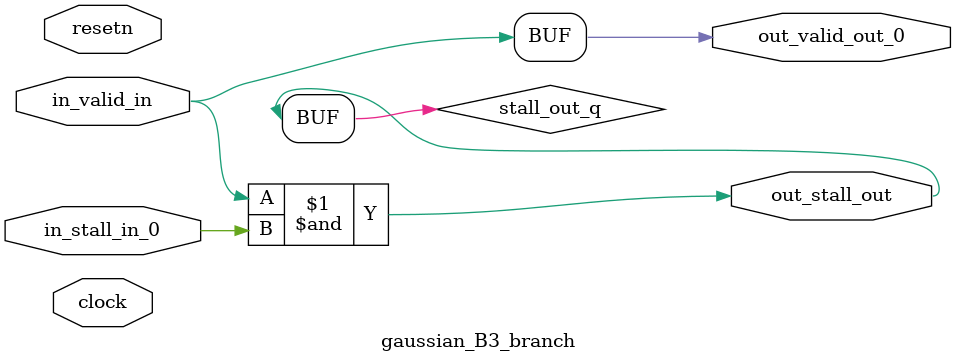
<source format=sv>



(* altera_attribute = "-name AUTO_SHIFT_REGISTER_RECOGNITION OFF; -name MESSAGE_DISABLE 10036; -name MESSAGE_DISABLE 10037; -name MESSAGE_DISABLE 14130; -name MESSAGE_DISABLE 14320; -name MESSAGE_DISABLE 15400; -name MESSAGE_DISABLE 14130; -name MESSAGE_DISABLE 10036; -name MESSAGE_DISABLE 12020; -name MESSAGE_DISABLE 12030; -name MESSAGE_DISABLE 12010; -name MESSAGE_DISABLE 12110; -name MESSAGE_DISABLE 14320; -name MESSAGE_DISABLE 13410; -name MESSAGE_DISABLE 113007; -name MESSAGE_DISABLE 10958" *)
module gaussian_B3_branch (
    input wire [0:0] in_stall_in_0,
    input wire [0:0] in_valid_in,
    output wire [0:0] out_stall_out,
    output wire [0:0] out_valid_out_0,
    input wire clock,
    input wire resetn
    );

    wire [0:0] stall_out_q;


    // stall_out(LOGICAL,6)
    assign stall_out_q = in_valid_in & in_stall_in_0;

    // out_stall_out(GPOUT,4)
    assign out_stall_out = stall_out_q;

    // out_valid_out_0(GPOUT,5)
    assign out_valid_out_0 = in_valid_in;

endmodule

</source>
